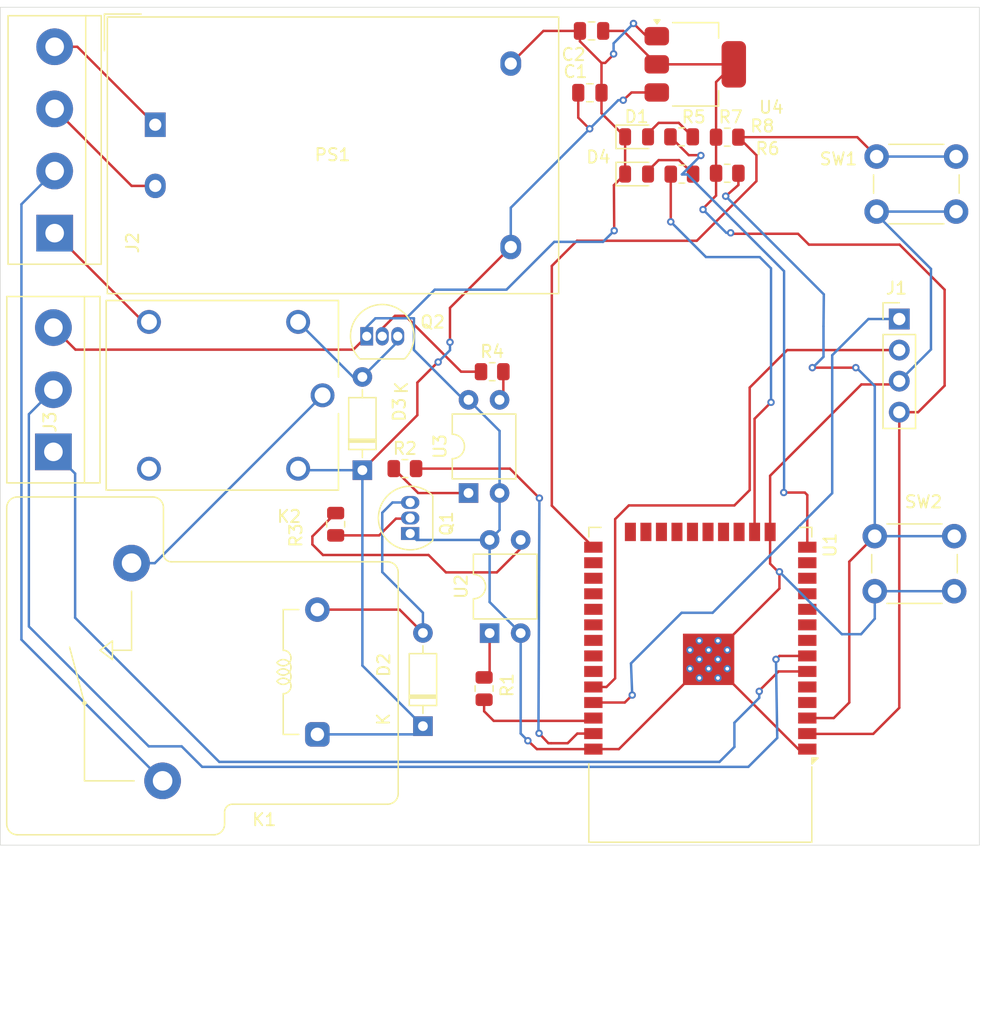
<source format=kicad_pcb>
(kicad_pcb (version 20240108) (generator "pcbnew") (generator_version "8.0")
  (layers (0 "F.Cu" signal) (31 "B.Cu" signal) (34 "B.Paste" user) (35 "F.Paste" user) (36 "B.SilkS" user "B.Silkscreen") (37 "F.SilkS" user "F.Silkscreen") (38 "B.Mask" user) (39 "F.Mask" user) (44 "Edge.Cuts" user))
  (net 0 "")
  (net 1 "GND")
  (net 2 "/5V")
  (net 3 "/3V3")
  (net 4 "Net-(D1-A)")
  (net 5 "Net-(D2-A)")
  (net 6 "Net-(D3-A)")
  (net 7 "Net-(D4-A)")
  (net 8 "/RXD")
  (net 9 "/TXD")
  (net 10 "/L2")
  (net 11 "/L1")
  (net 12 "Net-(J2-Pin_3)")
  (net 13 "Net-(J2-Pin_4)")
  (net 14 "/IN2")
  (net 15 "/IN1")
  (net 16 "/P")
  (net 18 "Net-(Q1-B)")
  (net 19 "Net-(Q2-B)")
  (net 20 "Net-(R1-Pad1)")
  (net 21 "/R1")
  (net 22 "/R2")
  (net 23 "Net-(R2-Pad1)")
  (net 24 "Net-(R3-Pad2)")
  (net 25 "Net-(R4-Pad2)")
  (net 26 "/LED1")
  (net 27 "/LED2")
  (net 28 "/BOOT")
  (net 29 "/EN")
  (footprint "Diode_THT:D_DO-35_SOD27_P7.62mm_Horizontal" (layer "F.Cu") (at 127.4318 94.2721 90)
    (property "Reference" "D3" (at 4.953 3.0226 90) (layer "F.SilkS"))
    (property "Value" "1N4148")
    (fp_text user "K" (at 6.731 3.2004 90) (layer "F.SilkS"))
    (pad "1" thru_hole rect (at 0 0 90) (size 1.6 1.6) (drill 0.8) (layers "*.Cu" "*.Mask") (net 2 "/5V"))
    (pad "2" thru_hole oval (at 7.62 0 90) (size 1.6 1.6) (drill 0.8) (layers "*.Cu" "*.Mask") (net 6 "Net-(D3-A)"))
  )
  (footprint "syam pcbbb:RELAY_PR13-5V-450-1C" (layer "F.Cu") (at 115.9764 88.1507 180)
    (property "Reference" "K2" (at -5.461 -9.906 360) (layer "F.SilkS"))
    (property "Value" "PR13-5V-450-1C")
    (pad "A1" thru_hole circle (at -6.2 -6 180) (size 1.95 1.95) (drill 1.3) (layers "*.Cu" "*.Mask") (net 2 "/5V"))
    (pad "A2" thru_hole circle (at -6.2 6 180) (size 1.95 1.95) (drill 1.3) (layers "*.Cu" "*.Mask") (net 6 "Net-(D3-A)"))
    (pad "COM" thru_hole circle (at -8.2 0 180) (size 1.95 1.95) (drill 1.3) (layers "*.Cu" "*.Mask") (net 16 "/P"))
    (pad "NC" thru_hole circle (at 6 -6 180) (size 1.95 1.95) (drill 1.3) (layers "*.Cu" "*.Mask"))
    (pad "NO" thru_hole circle (at 6 6 180) (size 1.95 1.95) (drill 1.3) (layers "*.Cu" "*.Mask") (net 10 "/L2"))
  )
  (footprint "Capacitor_SMD:C_0805_2012Metric" (layer "F.Cu") (at 146.177 58.3565 180)
    (property "Reference" "C2" (at 1.4732 -1.9304 360) (layer "F.SilkS"))
    (property "Value" "22uF")
    (pad "1" smd roundrect (at -0.95 0 180) (size 1 1.45) (layers "F.Cu" "F.Paste" "F.Mask") (net 3 "/3V3"))
    (pad "2" smd roundrect (at 0.95 0 180) (size 1 1.45) (layers "F.Cu" "F.Paste" "F.Mask") (net 1 "GND"))
  )
  (footprint "Button_Switch_THT:SW_PUSH_6mm" (layer "F.Cu") (at 169.343 99.6675)
    (property "Reference" "SW2" (at 3.9866 -2.8046 0) (layer "F.SilkS"))
    (property "Value" "SW_Push")
    (pad "1" thru_hole circle (at 0 0 90) (size 2 2) (drill 1.1) (layers "*.Cu" "*.Mask") (net 29 "/EN"))
    (pad "1" thru_hole circle (at 6.5 0 90) (size 2 2) (drill 1.1) (layers "*.Cu" "*.Mask") (net 29 "/EN"))
    (pad "2" thru_hole circle (at 0 4.5 90) (size 2 2) (drill 1.1) (layers "*.Cu" "*.Mask") (net 1 "GND"))
    (pad "2" thru_hole circle (at 6.5 4.5 90) (size 2 2) (drill 1.1) (layers "*.Cu" "*.Mask") (net 1 "GND"))
  )
  (footprint "Package_TO_SOT_THT:TO-92_Inline" (layer "F.Cu") (at 127.7874 83.3247)
    (property "Reference" "Q2" (at 5.3848 -1.1684 0) (layer "F.SilkS"))
    (property "Value" "S8050")
    (pad "1" thru_hole rect (at 0 0) (size 1.05 1.5) (drill 0.75) (layers "*.Cu" "*.Mask") (net 1 "GND"))
    (pad "2" thru_hole oval (at 1.27 0) (size 1.05 1.5) (drill 0.75) (layers "*.Cu" "*.Mask") (net 19 "Net-(Q2-B)"))
    (pad "3" thru_hole oval (at 2.54 0) (size 1.05 1.5) (drill 0.75) (layers "*.Cu" "*.Mask") (net 6 "Net-(D3-A)"))
  )
  (footprint "Resistor_SMD:R_0805_2012Metric" (layer "F.Cu") (at 137.3886 112.1283 -90)
    (property "Reference" "R1" (at -0.2794 -1.8796 90) (layer "F.SilkS"))
    (property "Value" "1K")
    (pad "1" smd roundrect (at -0.9125 0 270) (size 1.025 1.4) (layers "F.Cu" "F.Paste" "F.Mask") (roundrect_rratio 0.243902) (net 20 "Net-(R1-Pad1)"))
    (pad "2" smd roundrect (at 0.9125 0 270) (size 1.025 1.4) (layers "F.Cu" "F.Paste" "F.Mask") (roundrect_rratio 0.243902) (net 21 "/R1"))
  )
  (footprint "Resistor_SMD:R_0805_2012Metric" (layer "F.Cu") (at 130.9116 94.1451)
    (property "Reference" "R2" (at 0 -1.65 0) (layer "F.SilkS"))
    (property "Value" "1K")
    (pad "1" smd roundrect (at -0.9125 0) (size 1.025 1.4) (layers "F.Cu" "F.Paste" "F.Mask") (roundrect_rratio 0.243902) (net 23 "Net-(R2-Pad1)"))
    (pad "2" smd roundrect (at 0.9125 0) (size 1.025 1.4) (layers "F.Cu" "F.Paste" "F.Mask") (roundrect_rratio 0.243902) (net 22 "/R2"))
  )
  (footprint "Converter_ACDC:Converter_ACDC_Hi-Link_HLK-PMxx" (layer "F.Cu") (at 110.49 66.0273)
    (property "Reference" "PS1" (at 14.4975 2.4575 0) (layer "F.SilkS"))
    (property "Value" "HLK-PM01")
    (pad "1" thru_hole rect (at 0 0) (size 1.7 2) (drill 1) (layers "*.Cu" "*.Mask") (net 13 "Net-(J2-Pin_4)"))
    (pad "2" thru_hole oval (at 0 5) (size 1.7 2) (drill 1) (layers "*.Cu" "*.Mask") (net 12 "Net-(J2-Pin_3)"))
    (pad "3" thru_hole oval (at 29.08 -5) (size 1.7 2) (drill 1) (layers "*.Cu" "*.Mask") (net 1 "GND"))
    (pad "4" thru_hole oval (at 29.08 10) (size 1.7 2) (drill 1) (layers "*.Cu" "*.Mask") (net 2 "/5V"))
  )
  (footprint "Connector_PinHeader_2.54mm:PinHeader_1x04_P2.54mm_Vertical" (layer "F.Cu") (at 171.3484 81.9123)
    (property "Reference" "J1" (at -0.2286 -2.5246 0) (layer "F.SilkS"))
    (property "Value" "Conn_01x04_Pin")
    (pad "1" thru_hole rect (at 0 0) (size 1.7 1.7) (drill 1) (layers "*.Cu" "*.Mask") (net 9 "/TXD"))
    (pad "2" thru_hole oval (at 0 2.54) (size 1.7 1.7) (drill 1) (layers "*.Cu" "*.Mask") (net 8 "/RXD"))
    (pad "3" thru_hole oval (at 0 5.08) (size 1.7 1.7) (drill 1) (layers "*.Cu" "*.Mask") (net 1 "GND"))
    (pad "4" thru_hole oval (at 0 7.62) (size 1.7 1.7) (drill 1) (layers "*.Cu" "*.Mask") (net 3 "/3V3"))
  )
  (footprint "Package_DIP:DIP-4_W7.62mm" (layer "F.Cu") (at 136.1136 96.1417 90)
    (property "Reference" "U3" (at 3.81 -2.33 90) (layer "F.SilkS"))
    (property "Value" "PC817")
    (pad "1" thru_hole rect (at 0 0 90) (size 1.6 1.6) (drill 0.8) (layers "*.Cu" "*.Mask") (net 23 "Net-(R2-Pad1)"))
    (pad "2" thru_hole oval (at 0 2.54 90) (size 1.6 1.6) (drill 0.8) (layers "*.Cu" "*.Mask") (net 1 "GND"))
    (pad "3" thru_hole oval (at 7.62 2.54 90) (size 1.6 1.6) (drill 0.8) (layers "*.Cu" "*.Mask") (net 25 "Net-(R4-Pad2)"))
    (pad "4" thru_hole oval (at 7.62 0 90) (size 1.6 1.6) (drill 0.8) (layers "*.Cu" "*.Mask") (net 1 "GND"))
  )
  (footprint "Capacitor_SMD:C_0805_2012Metric" (layer "F.Cu") (at 146.0398 63.4111)
    (property "Reference" "C1" (at -1.1836 -1.7272 360) (layer "F.SilkS"))
    (property "Value" "10uF")
    (pad "1" smd roundrect (at -0.95 0) (size 1 1.45) (layers "F.Cu" "F.Paste" "F.Mask") (net 2 "/5V"))
    (pad "2" smd roundrect (at 0.95 0) (size 1 1.45) (layers "F.Cu" "F.Paste" "F.Mask") (net 1 "GND"))
  )
  (footprint "LED_SMD:LED_0805_2012Metric" (layer "F.Cu") (at 149.86 70.0579)
    (property "Reference" "D4" (at -3.1242 -1.389 0) (layer "F.SilkS"))
    (property "Value" "LED")
    (pad "1" smd roundrect (at -0.9375 0) (size 0.975 1.4) (layers "F.Cu" "F.Paste" "F.Mask") (net 1 "GND"))
    (pad "2" smd roundrect (at 0.9375 0) (size 0.975 1.4) (layers "F.Cu" "F.Paste" "F.Mask") (net 7 "Net-(D4-A)"))
  )
  (footprint "LED_SMD:LED_0805_2012Metric" (layer "F.Cu") (at 149.86 67.0179)
    (property "Reference" "D1" (at 0 -1.65 0) (layer "F.SilkS"))
    (property "Value" "LED")
    (pad "1" smd roundrect (at -0.9375 0) (size 0.975 1.4) (layers "F.Cu" "F.Paste" "F.Mask") (net 1 "GND"))
    (pad "2" smd roundrect (at 0.9375 0) (size 0.975 1.4) (layers "F.Cu" "F.Paste" "F.Mask") (net 4 "Net-(D1-A)"))
  )
  (footprint "Diode_THT:D_DO-35_SOD27_P7.62mm_Horizontal" (layer "F.Cu") (at 132.3848 115.2017 90)
    (property "Reference" "D2" (at 5.0038 -3.2004 90) (layer "F.SilkS"))
    (property "Value" "1N4148")
    (fp_text user "K" (at 0.5588 -3.2258 90) (layer "F.SilkS"))
    (pad "1" thru_hole rect (at 0 0 90) (size 1.6 1.6) (drill 0.8) (layers "*.Cu" "*.Mask") (net 2 "/5V"))
    (pad "2" thru_hole oval (at 7.62 0 90) (size 1.6 1.6) (drill 0.8) (layers "*.Cu" "*.Mask") (net 5 "Net-(D2-A)"))
  )
  (footprint "Resistor_SMD:R_0805_2012Metric" (layer "F.Cu") (at 153.5688 70.0659)
    (property "Reference" "R6" (at 7.01 -2.0828 0) (layer "F.SilkS"))
    (property "Value" "1K")
    (pad "1" smd roundrect (at -0.9125 0) (size 1.025 1.4) (layers "F.Cu" "F.Paste" "F.Mask") (roundrect_rratio 0.243902) (net 27 "/LED2"))
    (pad "2" smd roundrect (at 0.9125 0) (size 1.025 1.4) (layers "F.Cu" "F.Paste" "F.Mask") (roundrect_rratio 0.243902) (net 7 "Net-(D4-A)"))
  )
  (footprint "Resistor_SMD:R_0805_2012Metric" (layer "F.Cu") (at 157.2749 69.9933)
    (property "Reference" "R8" (at 2.8721 -3.8644 0) (layer "F.SilkS"))
    (property "Value" "10K")
    (pad "1" smd roundrect (at -0.9125 0) (size 1.025 1.4) (layers "F.Cu" "F.Paste" "F.Mask") (roundrect_rratio 0.243902) (net 3 "/3V3"))
    (pad "2" smd roundrect (at 0.9125 0) (size 1.025 1.4) (layers "F.Cu" "F.Paste" "F.Mask") (roundrect_rratio 0.243902) (net 29 "/EN"))
  )
  (footprint "Package_TO_SOT_SMD:SOT-223-3_TabPin2" (layer "F.Cu") (at 154.661 61.0883)
    (property "Reference" "U4" (at 6.2226 3.5166 0) (layer "F.SilkS"))
    (property "Value" "AMS1117-3.3")
    (pad "1" smd roundrect (at -3.15 -2.3) (size 2 1.5) (layers "F.Cu" "F.Paste" "F.Mask") (net 1 "GND"))
    (pad "2" smd roundrect (at -3.15 0) (size 2 1.5) (layers "F.Cu" "F.Paste" "F.Mask") (net 3 "/3V3"))
    (pad "2" smd roundrect (at 3.15 0) (size 2 3.8) (layers "F.Cu" "F.Paste" "F.Mask") (net 3 "/3V3"))
    (pad "3" smd roundrect (at -3.15 2.3) (size 2 1.5) (layers "F.Cu" "F.Paste" "F.Mask") (net 2 "/5V"))
  )
  (footprint "Package_TO_SOT_THT:TO-92_Inline" (layer "F.Cu") (at 131.3434 99.4537 90)
    (property "Reference" "Q1" (at 0.8128 2.9718 90) (layer "F.SilkS"))
    (property "Value" "S8050")
    (pad "1" thru_hole rect (at 0 0 90) (size 1.05 1.5) (drill 0.75) (layers "*.Cu" "*.Mask") (net 1 "GND"))
    (pad "2" thru_hole oval (at 1.27 0 90) (size 1.05 1.5) (drill 0.75) (layers "*.Cu" "*.Mask") (net 18 "Net-(Q1-B)"))
    (pad "3" thru_hole oval (at 2.54 0 90) (size 1.05 1.5) (drill 0.75) (layers "*.Cu" "*.Mask") (net 5 "Net-(D2-A)"))
  )
  (footprint "Resistor_SMD:R_0805_2012Metric" (layer "F.Cu") (at 157.2749 67.0433)
    (property "Reference" "R7" (at 0.2813 -1.65 0) (layer "F.SilkS"))
    (property "Value" "10K")
    (pad "1" smd roundrect (at -0.9125 0) (size 1.025 1.4) (layers "F.Cu" "F.Paste" "F.Mask") (roundrect_rratio 0.243902) (net 3 "/3V3"))
    (pad "2" smd roundrect (at 0.9125 0) (size 1.025 1.4) (layers "F.Cu" "F.Paste" "F.Mask") (roundrect_rratio 0.243902) (net 28 "/BOOT"))
  )
  (footprint "Relay_THT:Relay_SPST_RAYEX-L90AS" (layer "F.Cu") (at 126.2908 110.7741 180)
    (property "Reference" "K1" (at 6.8854 -12.073 360) (layer "F.SilkS"))
    (property "Value" "RAYEX-L90AS")
    (pad "13" thru_hole circle (at 15.2 -8.9) (size 3 3) (drill 1.6) (layers "*.Cu" "*.Mask") (net 11 "/L1"))
    (pad "14" thru_hole circle (at 17.74 8.9) (size 3 3) (drill 1.6) (layers "*.Cu" "*.Mask") (net 16 "/P"))
    (pad "A1" thru_hole roundrect (at 2.54 -5.1) (size 2 2) (drill 1.1) (layers "*.Cu" "*.Mask") (net 2 "/5V"))
    (pad "A2" thru_hole circle (at 2.54 5.1) (size 2 2) (drill 1.1) (layers "*.Cu" "*.Mask") (net 5 "Net-(D2-A)"))
  )
  (footprint "Package_DIP:DIP-4_W7.62mm" (layer "F.Cu") (at 137.8408 107.5971 90)
    (property "Reference" "U2" (at 3.81 -2.33 90) (layer "F.SilkS"))
    (property "Value" "PC817")
    (pad "1" thru_hole rect (at 0 0 90) (size 1.6 1.6) (drill 0.8) (layers "*.Cu" "*.Mask") (net 20 "Net-(R1-Pad1)"))
    (pad "2" thru_hole oval (at 0 2.54 90) (size 1.6 1.6) (drill 0.8) (layers "*.Cu" "*.Mask") (net 1 "GND"))
    (pad "3" thru_hole oval (at 7.62 2.54 90) (size 1.6 1.6) (drill 0.8) (layers "*.Cu" "*.Mask") (net 24 "Net-(R3-Pad2)"))
    (pad "4" thru_hole oval (at 7.62 0 90) (size 1.6 1.6) (drill 0.8) (layers "*.Cu" "*.Mask") (net 1 "GND"))
  )
  (footprint "Resistor_SMD:R_0805_2012Metric" (layer "F.Cu") (at 153.543 67.0179)
    (property "Reference" "R5" (at 0.9906 -1.6256 0) (layer "F.SilkS"))
    (property "Value" "1K")
    (pad "1" smd roundrect (at -0.9125 0) (size 1.025 1.4) (layers "F.Cu" "F.Paste" "F.Mask") (roundrect_rratio 0.243902) (net 26 "/LED1"))
    (pad "2" smd roundrect (at 0.9125 0) (size 1.025 1.4) (layers "F.Cu" "F.Paste" "F.Mask") (roundrect_rratio 0.243902) (net 4 "Net-(D1-A)"))
  )
  (footprint "Resistor_SMD:R_0805_2012Metric" (layer "F.Cu") (at 138.049 86.2203)
    (property "Reference" "R4" (at 0 -1.65 0) (layer "F.SilkS"))
    (property "Value" "1K")
    (pad "1" smd roundrect (at -0.9125 0) (size 1.025 1.4) (layers "F.Cu" "F.Paste" "F.Mask") (roundrect_rratio 0.243902) (net 19 "Net-(Q2-B)"))
    (pad "2" smd roundrect (at 0.9125 0) (size 1.025 1.4) (layers "F.Cu" "F.Paste" "F.Mask") (roundrect_rratio 0.243902) (net 25 "Net-(R4-Pad2)"))
  )
  (footprint "TerminalBlock:TerminalBlock_bornier-3_P5.08mm" (layer "F.Cu") (at 102.1588 92.7735 90)
    (property "Reference" "J3" (at 2.4384 -0.2794 90) (layer "F.SilkS"))
    (property "Value" "Screw_Terminal_01x03")
    (pad "1" thru_hole rect (at 0 0 90) (size 3 3) (drill 1.52) (layers "*.Cu" "*.Mask") (net 15 "/IN1"))
    (pad "2" thru_hole circle (at 5.08 0 90) (size 3 3) (drill 1.52) (layers "*.Cu" "*.Mask") (net 14 "/IN2"))
    (pad "3" thru_hole circle (at 10.16 0 90) (size 3 3) (drill 1.52) (layers "*.Cu" "*.Mask") (net 1 "GND"))
  )
  (footprint "TerminalBlock:TerminalBlock_bornier-4_P5.08mm" (layer "F.Cu") (at 102.2604 74.8919 90)
    (property "Reference" "J2" (at -0.7874 6.3754 90) (layer "F.SilkS"))
    (property "Value" "Screw_Terminal_01x04")
    (pad "1" thru_hole rect (at 0 0 90) (size 3 3) (drill 1.52) (layers "*.Cu" "*.Mask") (net 10 "/L2"))
    (pad "2" thru_hole circle (at 5.08 0 90) (size 3 3) (drill 1.52) (layers "*.Cu" "*.Mask") (net 11 "/L1"))
    (pad "3" thru_hole circle (at 10.16 0 90) (size 3 3) (drill 1.52) (layers "*.Cu" "*.Mask") (net 12 "Net-(J2-Pin_3)"))
    (pad "4" thru_hole circle (at 15.24 0 90) (size 3 3) (drill 1.52) (layers "*.Cu" "*.Mask") (net 13 "Net-(J2-Pin_4)"))
  )
  (footprint "RF_Module:ESP32-WROOM-32" (layer "F.Cu") (at 155.0738 108.8297 180)
    (property "Reference" "U1" (at -10.61 8.43 90) (layer "F.SilkS"))
    (property "Value" "ESP32-WROOM-32")
    (pad "1" smd rect (at -8.75 -8.25 180) (size 1.5 0.9) (layers "F.Cu" "F.Paste" "F.Mask") (net 1 "GND"))
    (pad "2" smd rect (at -8.75 -6.98 180) (size 1.5 0.9) (layers "F.Cu" "F.Paste" "F.Mask") (net 3 "/3V3"))
    (pad "3" smd rect (at -8.75 -5.71 180) (size 1.5 0.9) (layers "F.Cu" "F.Paste" "F.Mask") (net 29 "/EN"))
    (pad "4" smd rect (at -8.75 -4.44 180) (size 1.5 0.9) (layers "F.Cu" "F.Paste" "F.Mask"))
    (pad "5" smd rect (at -8.75 -3.17 180) (size 1.5 0.9) (layers "F.Cu" "F.Paste" "F.Mask"))
    (pad "6" smd rect (at -8.75 -1.9 180) (size 1.5 0.9) (layers "F.Cu" "F.Paste" "F.Mask") (net 15 "/IN1"))
    (pad "7" smd rect (at -8.75 -0.63 180) (size 1.5 0.9) (layers "F.Cu" "F.Paste" "F.Mask") (net 14 "/IN2"))
    (pad "8" smd rect (at -8.75 0.64 180) (size 1.5 0.9) (layers "F.Cu" "F.Paste" "F.Mask"))
    (pad "9" smd rect (at -8.75 1.91 180) (size 1.5 0.9) (layers "F.Cu" "F.Paste" "F.Mask"))
    (pad "10" smd rect (at -8.75 3.18 180) (size 1.5 0.9) (layers "F.Cu" "F.Paste" "F.Mask"))
    (pad "11" smd rect (at -8.75 4.45 180) (size 1.5 0.9) (layers "F.Cu" "F.Paste" "F.Mask"))
    (pad "12" smd rect (at -8.75 5.72 180) (size 1.5 0.9) (layers "F.Cu" "F.Paste" "F.Mask"))
    (pad "13" smd rect (at -8.75 6.99 180) (size 1.5 0.9) (layers "F.Cu" "F.Paste" "F.Mask"))
    (pad "14" smd rect (at -8.75 8.26 180) (size 1.5 0.9) (layers "F.Cu" "F.Paste" "F.Mask") (net 26 "/LED1"))
    (pad "15" smd rect (at -5.71 9.51 270) (size 1.5 0.9) (layers "F.Cu" "F.Paste" "F.Mask") (net 1 "GND"))
    (pad "16" smd rect (at -4.44 9.51 270) (size 1.5 0.9) (layers "F.Cu" "F.Paste" "F.Mask") (net 27 "/LED2"))
    (pad "17" smd rect (at -3.17 9.51 270) (size 1.5 0.9) (layers "F.Cu" "F.Paste" "F.Mask"))
    (pad "18" smd rect (at -1.9 9.51 270) (size 1.5 0.9) (layers "F.Cu" "F.Paste" "F.Mask"))
    (pad "19" smd rect (at -0.63 9.51 270) (size 1.5 0.9) (layers "F.Cu" "F.Paste" "F.Mask"))
    (pad "20" smd rect (at 0.64 9.51 270) (size 1.5 0.9) (layers "F.Cu" "F.Paste" "F.Mask"))
    (pad "21" smd rect (at 1.91 9.51 270) (size 1.5 0.9) (layers "F.Cu" "F.Paste" "F.Mask"))
    (pad "22" smd rect (at 3.18 9.51 270) (size 1.5 0.9) (layers "F.Cu" "F.Paste" "F.Mask"))
    (pad "23" smd rect (at 4.45 9.51 270) (size 1.5 0.9) (layers "F.Cu" "F.Paste" "F.Mask"))
    (pad "24" smd rect (at 5.72 9.51 270) (size 1.5 0.9) (layers "F.Cu" "F.Paste" "F.Mask"))
    (pad "25" smd rect (at 8.75 8.26 180) (size 1.5 0.9) (layers "F.Cu" "F.Paste" "F.Mask") (net 28 "/BOOT"))
    (pad "26" smd rect (at 8.75 6.99 180) (size 1.5 0.9) (layers "F.Cu" "F.Paste" "F.Mask"))
    (pad "27" smd rect (at 8.75 5.72 180) (size 1.5 0.9) (layers "F.Cu" "F.Paste" "F.Mask"))
    (pad "28" smd rect (at 8.75 4.45 180) (size 1.5 0.9) (layers "F.Cu" "F.Paste" "F.Mask"))
    (pad "29" smd rect (at 8.75 3.18 180) (size 1.5 0.9) (layers "F.Cu" "F.Paste" "F.Mask"))
    (pad "30" smd rect (at 8.75 1.91 180) (size 1.5 0.9) (layers "F.Cu" "F.Paste" "F.Mask"))
    (pad "31" smd rect (at 8.75 0.64 180) (size 1.5 0.9) (layers "F.Cu" "F.Paste" "F.Mask"))
    (pad "32" smd rect (at 8.75 -0.63 180) (size 1.5 0.9) (layers "F.Cu" "F.Paste" "F.Mask"))
    (pad "33" smd rect (at 8.75 -1.9 180) (size 1.5 0.9) (layers "F.Cu" "F.Paste" "F.Mask"))
    (pad "34" smd rect (at 8.75 -3.17 180) (size 1.5 0.9) (layers "F.Cu" "F.Paste" "F.Mask") (net 8 "/RXD"))
    (pad "35" smd rect (at 8.75 -4.44 180) (size 1.5 0.9) (layers "F.Cu" "F.Paste" "F.Mask") (net 9 "/TXD"))
    (pad "36" smd rect (at 8.75 -5.71 180) (size 1.5 0.9) (layers "F.Cu" "F.Paste" "F.Mask") (net 21 "/R1"))
    (pad "37" smd rect (at 8.75 -6.98 180) (size 1.5 0.9) (layers "F.Cu" "F.Paste" "F.Mask") (net 22 "/R2"))
    (pad "38" smd rect (at 8.75 -8.25 180) (size 1.5 0.9) (layers "F.Cu" "F.Paste" "F.Mask") (net 1 "GND"))
    (pad "39" smd rect (at -2.205 -2.435 180) (size 1.05 1.05) (layers "F.Cu" "F.Paste") (net 1 "GND"))
    (pad "39" thru_hole circle (at -2.205 -1.6725 180) (size 0.6 0.6) (drill 0.3) (property pad_prop_heatsink) (layers "*.Cu" "F.Mask") (net 1 "GND"))
    (pad "39" smd rect (at -2.205 -0.91 180) (size 1.05 1.05) (layers "F.Cu" "F.Paste") (net 1 "GND"))
    (pad "39" thru_hole circle (at -2.205 -0.1475 180) (size 0.6 0.6) (drill 0.3) (property pad_prop_heatsink) (layers "*.Cu" "F.Mask") (net 1 "GND"))
    (pad "39" smd rect (at -2.205 0.615 180) (size 1.05 1.05) (layers "F.Cu" "F.Paste") (net 1 "GND"))
    (pad "39" thru_hole circle (at -1.4425 -2.435 180) (size 0.6 0.6) (drill 0.3) (property pad_prop_heatsink) (layers "*.Cu" "F.Mask") (net 1 "GND"))
    (pad "39" thru_hole circle (at -1.4425 -0.91 180) (size 0.6 0.6) (drill 0.3) (property pad_prop_heatsink) (layers "*.Cu" "F.Mask") (net 1 "GND"))
    (pad "39" thru_hole circle (at -1.4425 0.615 180) (size 0.6 0.6) (drill 0.3) (property pad_prop_heatsink) (layers "*.Cu" "F.Mask") (net 1 "GND"))
    (pad "39" smd rect (at -0.68 -2.435 180) (size 1.05 1.05) (layers "F.Cu" "F.Paste") (net 1 "GND"))
    (pad "39" thru_hole circle (at -0.68 -1.6725 180) (size 0.6 0.6) (drill 0.3) (property pad_prop_heatsink) (layers "*.Cu" "F.Mask") (net 1 "GND"))
    (pad "39" smd rect (at -0.68 -0.91 180) (size 1.05 1.05) (layers "F.Cu" "F.Paste") (net 1 "GND"))
    (pad "39" smd rect (at -0.68 -0.91 180) (size 4.2 4.2) (layers "F.Cu" "F.Mask") (net 1 "GND"))
    (pad "39" thru_hole circle (at -0.68 -0.1475 180) (size 0.6 0.6) (drill 0.3) (property pad_prop_heatsink) (layers "*.Cu" "F.Mask") (net 1 "GND"))
    (pad "39" smd rect (at -0.68 0.615 180) (size 1.05 1.05) (layers "F.Cu" "F.Paste") (net 1 "GND"))
    (pad "39" thru_hole circle (at 0.0825 -2.435 180) (size 0.6 0.6) (drill 0.3) (property pad_prop_heatsink) (layers "*.Cu" "F.Mask") (net 1 "GND"))
    (pad "39" thru_hole circle (at 0.0825 -0.91 180) (size 0.6 0.6) (drill 0.3) (property pad_prop_heatsink) (layers "*.Cu" "F.Mask") (net 1 "GND"))
    (pad "39" thru_hole circle (at 0.0825 0.615 180) (size 0.6 0.6) (drill 0.3) (property pad_prop_heatsink) (layers "*.Cu" "F.Mask") (net 1 "GND"))
    (pad "39" smd rect (at 0.845 -2.435 180) (size 1.05 1.05) (layers "F.Cu" "F.Paste") (net 1 "GND"))
    (pad "39" thru_hole circle (at 0.845 -1.6725 180) (size 0.6 0.6) (drill 0.3) (property pad_prop_heatsink) (layers "*.Cu" "F.Mask") (net 1 "GND"))
    (pad "39" smd rect (at 0.845 -0.91 180) (size 1.05 1.05) (layers "F.Cu" "F.Paste") (net 1 "GND"))
    (pad "39" thru_hole circle (at 0.845 -0.1475 180) (size 0.6 0.6) (drill 0.3) (property pad_prop_heatsink) (layers "*.Cu" "F.Mask") (net 1 "GND"))
    (pad "39" smd rect (at 0.845 0.615 180) (size 1.05 1.05) (layers "F.Cu" "F.Paste") (net 1 "GND"))
  )
  (footprint "Resistor_SMD:R_0805_2012Metric" (layer "F.Cu") (at 125.2474 98.6917 90)
    (property "Reference" "R3" (at -0.9144 -3.2512 90) (layer "F.SilkS"))
    (property "Value" "1K")
    (pad "1" smd roundrect (at -0.9125 0 90) (size 1.025 1.4) (layers "F.Cu" "F.Paste" "F.Mask") (roundrect_rratio 0.243902) (net 18 "Net-(Q1-B)"))
    (pad "2" smd roundrect (at 0.9125 0 90) (size 1.025 1.4) (layers "F.Cu" "F.Paste" "F.Mask") (roundrect_rratio 0.243902) (net 24 "Net-(R3-Pad2)"))
  )
  (footprint "Button_Switch_THT:SW_PUSH_6mm" (layer "F.Cu") (at 169.4954 68.6287)
    (property "Reference" "SW1" (at -3.1254 0.1926 0) (layer "F.SilkS"))
    (property "Value" "SW_Push")
    (pad "1" thru_hole circle (at 0 0 90) (size 2 2) (drill 1.1) (layers "*.Cu" "*.Mask") (net 28 "/BOOT"))
    (pad "1" thru_hole circle (at 6.5 0 90) (size 2 2) (drill 1.1) (layers "*.Cu" "*.Mask") (net 28 "/BOOT"))
    (pad "2" thru_hole circle (at 0 4.5 90) (size 2 2) (drill 1.1) (layers "*.Cu" "*.Mask") (net 1 "GND"))
    (pad "2" thru_hole circle (at 6.5 4.5 90) (size 2 2) (drill 1.1) (layers "*.Cu" "*.Mask") (net 1 "GND"))
  )
  (gr_rect (start 97.8154 56.4261) (end 177.9016 124.9299) (stroke (width 0.05)) (fill none) (layer "Edge.Cuts"))
  (segment (start 146.9898 60.9727) (end 147.2946 60.9727) (width 0.2) (layer "F.Cu") (net 1))
  (segment (start 148.9225 67.0179) (end 148.9225 70.0579) (width 0.2) (layer "F.Cu") (net 1))
  (segment (start 141.705 117.0797) (end 140.97 116.3955) (width 0.2) (layer "F.Cu") (net 1))
  (segment (start 102.1588 82.6135) (end 103.9622 84.4169) (width 0.2) (layer "F.Cu") (net 1))
  (segment (start 140.97 116.3955) (end 141.1478 116.5225) (width 0.2) (layer "F.Cu") (net 1))
  (segment (start 146.3238 117.0797) (end 141.705 117.0797) (width 0.2) (layer "F.Cu") (net 1))
  (segment (start 147.9804 60.2869) (end 147.9804 60.2361) (width 0.2) (layer "F.Cu") (net 1))
  (segment (start 161.544 102.5779) (end 161.544 102.6795) (width 0.2) (layer "F.Cu") (net 1))
  (segment (start 151.511 58.7883) (end 151.1554 58.4327) (width 0.2) (layer "F.Cu") (net 1))
  (segment (start 103.9622 84.4169) (end 126.6952 84.4169) (width 0.2) (layer "F.Cu") (net 1))
  (segment (start 160.7838 99.3197) (end 160.7838 94.7275) (width 0.2) (layer "F.Cu") (net 1))
  (segment (start 163.0938 117.0797) (end 155.7538 109.7397) (width 0.2) (layer "F.Cu") (net 1))
  (segment (start 151.511 58.7883) (end 150.6728 58.7883) (width 0.2) (layer "F.Cu") (net 1))
  (segment (start 160.7838 101.9193) (end 161.4424 102.5779) (width 0.2) (layer "F.Cu") (net 1))
  (segment (start 148.9225 70.0579) (end 148.0058 70.9746) (width 0.2) (layer "F.Cu") (net 1))
  (segment (start 149.606 57.7469) (end 149.7076 57.8231) (width 0.2) (layer "F.Cu") (net 1))
  (segment (start 163.8238 117.0797) (end 163.0938 117.0797) (width 0.2) (layer "F.Cu") (net 1))
  (segment (start 145.227 58.3565) (end 142.2408 58.3565) (width 0.2) (layer "F.Cu") (net 1))
  (segment (start 126.6952 84.4169) (end 127.7874 83.3247) (width 0.2) (layer "F.Cu") (net 1))
  (segment (start 145.227 59.2099) (end 145.227 58.3565) (width 0.2) (layer "F.Cu") (net 1))
  (segment (start 161.544 102.6795) (end 161.4932 102.6287) (width 0.2) (layer "F.Cu") (net 1))
  (segment (start 168.2496 87.2617) (end 171.079 87.2617) (width 0.2) (layer "F.Cu") (net 1))
  (segment (start 148.0312 60.2361) (end 148.0058 60.2615) (width 0.2) (layer "F.Cu") (net 1))
  (segment (start 146.9898 60.9727) (end 145.227 59.2099) (width 0.2) (layer "F.Cu") (net 1))
  (segment (start 161.544 103.9495) (end 161.544 102.5779) (width 0.2) (layer "F.Cu") (net 1))
  (segment (start 146.9898 63.4111) (end 146.9898 65.0852) (width 0.2) (layer "F.Cu") (net 1))
  (segment (start 160.7838 94.7275) (end 168.2496 87.2617) (width 0.2) (layer "F.Cu") (net 1))
  (segment (start 146.3238 117.0797) (end 148.4138 117.0797) (width 0.2) (layer "F.Cu") (net 1))
  (segment (start 148.0312 74.6887) (end 148.0058 74.6379) (width 0.2) (layer "F.Cu") (net 1))
  (segment (start 148.0058 70.9746) (end 148.0312 74.6887) (width 0.2) (layer "F.Cu") (net 1))
  (segment (start 146.9898 63.4111) (end 146.9898 60.9727) (width 0.2) (layer "F.Cu") (net 1))
  (segment (start 147.9804 60.2361) (end 148.0312 60.2361) (width 0.2) (layer "F.Cu") (net 1))
  (segment (start 148.4138 117.0797) (end 154.2288 111.2647) (width 0.2) (layer "F.Cu") (net 1))
  (segment (start 155.7538 109.7397) (end 161.544 103.9495) (width 0.2) (layer "F.Cu") (net 1))
  (segment (start 146.9898 65.0852) (end 148.9225 67.0179) (width 0.2) (layer "F.Cu") (net 1))
  (segment (start 142.2408 58.3565) (end 139.57 61.0273) (width 0.2) (layer "F.Cu") (net 1))
  (segment (start 161.4424 102.5779) (end 161.544 102.5779) (width 0.2) (layer "F.Cu") (net 1))
  (segment (start 150.6728 58.7883) (end 149.606 57.7469) (width 0.2) (layer "F.Cu") (net 1))
  (segment (start 171.079 87.2617) (end 171.3484 86.9923) (width 0.2) (layer "F.Cu") (net 1))
  (segment (start 147.2946 60.9727) (end 147.9804 60.2869) (width 0.2) (layer "F.Cu") (net 1))
  (segment (start 160.7838 99.3197) (end 160.7838 101.9193) (width 0.2) (layer "F.Cu") (net 1))
  (via (at 148.0312 74.6887) (size 0.6) (drill 0.3) (layers "F.Cu" "B.Cu") (net 1))
  (via (at 149.606 57.7469) (size 0.6) (drill 0.3) (layers "F.Cu" "B.Cu") (net 1))
  (via (at 140.97 116.3955) (size 0.6) (drill 0.3) (layers "F.Cu" "B.Cu") (net 1))
  (via (at 161.544 102.5779) (size 0.6) (drill 0.3) (layers "F.Cu" "B.Cu") (net 1))
  (via (at 147.9804 60.2361) (size 0.6) (drill 0.3) (layers "F.Cu" "B.Cu") (net 1))
  (segment (start 147.9804 59.3725) (end 149.606 57.7469) (width 0.2) (layer "B.Cu") (net 1))
  (segment (start 131.6482 81.8515) (end 131.0132 81.8515) (width 0.2) (layer "B.Cu") (net 1))
  (segment (start 168.2242 107.6833) (end 166.6494 107.6833) (width 0.2) (layer "B.Cu") (net 1))
  (segment (start 131.0132 81.8515) (end 128.4986 81.8515) (width 0.2) (layer "B.Cu") (net 1))
  (segment (start 135.7276 88.5217) (end 131.6482 84.4423) (width 0.2) (layer "B.Cu") (net 1))
  (segment (start 128.4986 81.8515) (end 127.7874 82.5627) (width 0.2) (layer "B.Cu") (net 1))
  (segment (start 136.1136 88.5217) (end 135.7276 88.5217) (width 0.2) (layer "B.Cu") (net 1))
  (segment (start 139.2174 79.5147) (end 133.35 79.5147) (width 0.2) (layer "B.Cu") (net 1))
  (segment (start 143.129 75.6031) (end 139.2174 79.5147) (width 0.2) (layer "B.Cu") (net 1))
  (segment (start 148.0312 74.6887) (end 147.1168 75.6031) (width 0.2) (layer "B.Cu") (net 1))
  (segment (start 131.3434 99.4537) (end 131.8668 99.9771) (width 0.2) (layer "B.Cu") (net 1))
  (segment (start 147.9804 60.2361) (end 147.9804 59.3725) (width 0.2) (layer "B.Cu") (net 1))
  (segment (start 131.8668 99.9771) (end 137.8408 99.9771) (width 0.2) (layer "B.Cu") (net 1))
  (segment (start 173.9392 84.4015) (end 171.3484 86.9923) (width 0.2) (layer "B.Cu") (net 1))
  (segment (start 173.9392 77.8129) (end 173.9392 84.4015) (width 0.2) (layer "B.Cu") (net 1))
  (segment (start 169.4954 73.3691) (end 173.9392 77.8129) (width 0.2) (layer "B.Cu") (net 1))
  (segment (start 136.1136 88.5217) (end 138.6536 91.0617) (width 0.2) (layer "B.Cu") (net 1))
  (segment (start 169.4954 73.1287) (end 175.9954 73.1287) (width 0.2) (layer "B.Cu") (net 1))
  (segment (start 138.6536 96.1417) (end 138.6536 99.1643) (width 0.2) (layer "B.Cu") (net 1))
  (segment (start 166.6494 107.6833) (end 161.544 102.5779) (width 0.2) (layer "B.Cu") (net 1))
  (segment (start 169.4954 73.1287) (end 169.4954 73.3691) (width 0.2) (layer "B.Cu") (net 1))
  (segment (start 147.1168 75.6031) (end 143.129 75.6031) (width 0.2) (layer "B.Cu") (net 1))
  (segment (start 138.6536 91.0617) (end 138.6536 96.1417) (width 0.2) (layer "B.Cu") (net 1))
  (segment (start 131.6482 84.4423) (end 131.6482 81.8515) (width 0.2) (layer "B.Cu") (net 1))
  (segment (start 127.7874 82.5627) (end 127.7874 83.3247) (width 0.2) (layer "B.Cu") (net 1))
  (segment (start 140.3808 107.5971) (end 140.3808 115.8063) (width 0.2) (layer "B.Cu") (net 1))
  (segment (start 137.8408 105.0571) (end 140.3808 107.5971) (width 0.2) (layer "B.Cu") (net 1))
  (segment (start 175.843 104.1675) (end 169.343 104.1675) (width 0.2) (layer "B.Cu") (net 1))
  (segment (start 138.6536 99.1643) (end 137.8408 99.9771) (width 0.2) (layer "B.Cu") (net 1))
  (segment (start 137.8408 99.9771) (end 137.8408 105.0571) (width 0.2) (layer "B.Cu") (net 1))
  (segment (start 133.35 79.5147) (end 131.0132 81.8515) (width 0.2) (layer "B.Cu") (net 1))
  (segment (start 169.343 106.4121) (end 168.2242 107.6833) (width 0.2) (layer "B.Cu") (net 1))
  (segment (start 140.3808 115.8063) (end 140.97 116.3955) (width 0.2) (layer "B.Cu") (net 1))
  (segment (start 169.343 104.1675) (end 169.343 106.4121) (width 0.2) (layer "B.Cu") (net 1))
  (segment (start 148.7678 64.0207) (end 148.9202 63.9191) (width 0.2) (layer "F.Cu") (net 2))
  (segment (start 127.4318 94.2721) (end 131.9276 89.7763) (width 0.2) (layer "F.Cu") (net 2))
  (segment (start 133.6294 85.4075) (end 133.5532 85.4837) (width 0.2) (layer "F.Cu") (net 2))
  (segment (start 149.451 63.3883) (end 148.7678 64.0207) (width 0.2) (layer "F.Cu") (net 2))
  (segment (start 145.0898 65.4481) (end 145.9992 66.3575) (width 0.2) (layer "F.Cu") (net 2))
  (segment (start 145.9992 66.3575) (end 146.0246 66.3575) (width 0.2) (layer "F.Cu") (net 2))
  (segment (start 133.604 85.4329) (end 133.6294 85.4329) (width 0.2) (layer "F.Cu") (net 2))
  (segment (start 131.9276 87.1093) (end 133.604 85.4329) (width 0.2) (layer "F.Cu") (net 2))
  (segment (start 134.5692 83.779078) (end 134.5692 83.6803) (width 0.2) (layer "F.Cu") (net 2))
  (segment (start 151.511 63.3883) (end 149.451 63.3883) (width 0.2) (layer "F.Cu") (net 2))
  (segment (start 134.597422 83.8073) (end 134.597422 80.999878) (width 0.2) (layer "F.Cu") (net 2))
  (segment (start 134.597422 80.999878) (end 139.57 76.0273) (width 0.2) (layer "F.Cu") (net 2))
  (segment (start 134.597422 83.8073) (end 134.5692 83.779078) (width 0.2) (layer "F.Cu") (net 2))
  (segment (start 145.0898 63.4111) (end 145.0898 65.4481) (width 0.2) (layer "F.Cu") (net 2))
  (segment (start 146.0246 66.3575) (end 146.0246 66.3829) (width 0.2) (layer "F.Cu") (net 2))
  (segment (start 133.6294 85.4329) (end 133.6294 85.4075) (width 0.2) (layer "F.Cu") (net 2))
  (segment (start 146.0246 66.3829) (end 145.9484 66.3067) (width 0.2) (layer "F.Cu") (net 2))
  (segment (start 131.9276 89.7763) (end 131.9276 87.1093) (width 0.2) (layer "F.Cu") (net 2))
  (via (at 148.7678 64.0207) (size 0.6) (drill 0.3) (layers "F.Cu" "B.Cu") (net 2))
  (via (at 134.597422 83.8073) (size 0.6) (drill 0.3) (layers "F.Cu" "B.Cu") (net 2))
  (via (at 133.6294 85.4329) (size 0.6) (drill 0.3) (layers "F.Cu" "B.Cu") (net 2))
  (via (at 146.0246 66.3575) (size 0.6) (drill 0.3) (layers "F.Cu" "B.Cu") (net 2))
  (segment (start 127.4318 110.2487) (end 132.3848 115.2017) (width 0.2) (layer "B.Cu") (net 2))
  (segment (start 127.4318 94.2721) (end 127.4318 110.2487) (width 0.2) (layer "B.Cu") (net 2))
  (segment (start 134.597422 84.464878) (end 134.597422 83.8073) (width 0.2) (layer "B.Cu") (net 2))
  (segment (start 122.2978 94.2721) (end 122.1764 94.1507) (width 0.2) (layer "B.Cu") (net 2))
  (segment (start 123.7508 115.8741) (end 131.7124 115.8741) (width 0.2) (layer "B.Cu") (net 2))
  (segment (start 139.57 76.0273) (end 139.57 72.8121) (width 0.2) (layer "B.Cu") (net 2))
  (segment (start 148.7678 64.0207) (end 148.3614 64.0207) (width 0.2) (layer "B.Cu") (net 2))
  (segment (start 139.57 72.8121) (end 146.0246 66.3575) (width 0.2) (layer "B.Cu") (net 2))
  (segment (start 133.6294 85.4329) (end 134.597422 84.464878) (width 0.2) (layer "B.Cu") (net 2))
  (segment (start 131.7124 115.8741) (end 132.3848 115.2017) (width 0.2) (layer "B.Cu") (net 2))
  (segment (start 127.4318 94.2721) (end 122.2978 94.2721) (width 0.2) (layer "B.Cu") (net 2))
  (segment (start 148.3614 64.0207) (end 146.0246 66.3575) (width 0.2) (layer "B.Cu") (net 2))
  (segment (start 148.7792 58.3565) (end 151.511 61.0883) (width 0.2) (layer "F.Cu") (net 3))
  (segment (start 169.2148 115.8367) (end 171.3484 113.7031) (width 0.2) (layer "F.Cu") (net 3))
  (segment (start 155.2956 72.9615) (end 155.2194 72.9615) (width 0.2) (layer "F.Cu") (net 3))
  (segment (start 171.3484 113.7031) (end 171.3484 89.5323) (width 0.2) (layer "F.Cu") (net 3))
  (segment (start 157.7848 74.9427) (end 157.5562 74.8665) (width 0.2) (layer "F.Cu") (net 3))
  (segment (start 163.957 75.8317) (end 163.068 74.9427) (width 0.2) (layer "F.Cu") (net 3))
  (segment (start 163.8238 115.8097) (end 163.8508 115.8367) (width 0.2) (layer "F.Cu") (net 3))
  (segment (start 157.6324 74.9427) (end 157.7086 74.9427) (width 0.2) (layer "F.Cu") (net 3))
  (segment (start 174.7012 79.1591) (end 171.3738 75.8317) (width 0.2) (layer "F.Cu") (net 3))
  (segment (start 151.511 61.0883) (end 157.811 61.0883) (width 0.2) (layer "F.Cu") (net 3))
  (segment (start 147.127 58.3565) (end 148.7792 58.3565) (width 0.2) (layer "F.Cu") (net 3))
  (segment (start 155.2194 72.9615) (end 155.2448 72.9361) (width 0.2) (layer "F.Cu") (net 3))
  (segment (start 172.8878 89.5323) (end 175.0568 87.3633) (width 0.2) (layer "F.Cu") (net 3))
  (segment (start 156.3624 62.5369) (end 157.811 61.0883) (width 0.2) (layer "F.Cu") (net 3))
  (segment (start 156.3624 67.0433) (end 156.3624 62.5369) (width 0.2) (layer "F.Cu") (net 3))
  (segment (start 156.3624 69.9933) (end 156.3624 71.8185) (width 0.2) (layer "F.Cu") (net 3))
  (segment (start 175.0568 79.5147) (end 174.7012 79.1591) (width 0.2) (layer "F.Cu") (net 3))
  (segment (start 163.8508 115.8367) (end 169.2148 115.8367) (width 0.2) (layer "F.Cu") (net 3))
  (segment (start 171.3738 75.8317) (end 163.957 75.8317) (width 0.2) (layer "F.Cu") (net 3))
  (segment (start 171.3484 89.5323) (end 172.8878 89.5323) (width 0.2) (layer "F.Cu") (net 3))
  (segment (start 175.0568 87.3633) (end 175.0568 79.5147) (width 0.2) (layer "F.Cu") (net 3))
  (segment (start 156.3624 71.8185) (end 155.2956 72.8853) (width 0.2) (layer "F.Cu") (net 3))
  (segment (start 157.5562 74.8665) (end 157.6324 74.9427) (width 0.2) (layer "F.Cu") (net 3))
  (segment (start 156.3624 67.0433) (end 156.3624 69.9933) (width 0.2) (layer "F.Cu") (net 3))
  (segment (start 155.2956 72.8853) (end 155.2956 72.9615) (width 0.2) (layer "F.Cu") (net 3))
  (segment (start 163.068 74.9427) (end 157.7848 74.9427) (width 0.2) (layer "F.Cu") (net 3))
  (via (at 155.2956 72.9615) (size 0.6) (drill 0.3) (layers "F.Cu" "B.Cu") (net 3))
  (via (at 157.5562 74.8665) (size 0.6) (drill 0.3) (layers "F.Cu" "B.Cu") (net 3))
  (segment (start 155.2956 72.9615) (end 157.2006 74.8665) (width 0.2) (layer "B.Cu") (net 3))
  (segment (start 157.2006 74.8665) (end 157.5562 74.8665) (width 0.2) (layer "B.Cu") (net 3))
  (segment (start 153.3125 65.8749) (end 154.4555 67.0179) (width 0.2) (layer "F.Cu") (net 4))
  (segment (start 150.7975 67.0179) (end 150.7975 66.7408) (width 0.2) (layer "F.Cu") (net 4))
  (segment (start 151.6634 65.8749) (end 153.3125 65.8749) (width 0.2) (layer "F.Cu") (net 4))
  (segment (start 150.7975 66.7408) (end 151.6634 65.8749) (width 0.2) (layer "F.Cu") (net 4))
  (segment (start 123.7508 105.6741) (end 130.4772 105.6741) (width 0.2) (layer "F.Cu") (net 5))
  (segment (start 130.4772 105.6741) (end 132.3848 107.5817) (width 0.2) (layer "F.Cu") (net 5))
  (segment (start 129.0574 102.6033) (end 132.3848 105.9307) (width 0.2) (layer "B.Cu") (net 5))
  (segment (start 129.8956 96.9137) (end 129.0574 97.7519) (width 0.2) (layer "B.Cu") (net 5))
  (segment (start 131.3434 96.9137) (end 129.8956 96.9137) (width 0.2) (layer "B.Cu") (net 5))
  (segment (start 132.3848 105.9307) (end 132.3848 107.5817) (width 0.2) (layer "B.Cu") (net 5))
  (segment (start 129.0574 97.7519) (end 129.0574 102.6033) (width 0.2) (layer "B.Cu") (net 5))
  (segment (start 122.1764 82.1507) (end 126.6778 86.6521) (width 0.2) (layer "B.Cu") (net 6))
  (segment (start 130.3274 83.3247) (end 130.3274 83.7565) (width 0.2) (layer "B.Cu") (net 6))
  (segment (start 130.3274 83.7565) (end 127.4318 86.6521) (width 0.2) (layer "B.Cu") (net 6))
  (segment (start 126.6778 86.6521) (end 127.4318 86.6521) (width 0.2) (layer "B.Cu") (net 6))
  (segment (start 151.6634 68.9229) (end 153.3383 68.9229) (width 0.2) (layer "F.Cu") (net 7))
  (segment (start 150.7975 69.7888) (end 151.6634 68.9229) (width 0.2) (layer "F.Cu") (net 7))
  (segment (start 150.7975 70.0579) (end 150.7975 69.7888) (width 0.2) (layer "F.Cu") (net 7))
  (segment (start 153.3383 68.9229) (end 154.4813 70.0659) (width 0.2) (layer "F.Cu") (net 7))
  (segment (start 148.1074 98.2726) (end 149.225 97.155) (width 0.2) (layer "F.Cu") (net 8))
  (segment (start 149.225 97.155) (end 157.861 97.155) (width 0.2) (layer "F.Cu") (net 8))
  (segment (start 147.3978 111.9997) (end 148.1074 111.2901) (width 0.2) (layer "F.Cu") (net 8))
  (segment (start 159.1138 95.9022) (end 159.1138 87.5175) (width 0.2) (layer "F.Cu") (net 8))
  (segment (start 148.1074 111.2901) (end 148.1074 98.2726) (width 0.2) (layer "F.Cu") (net 8))
  (segment (start 162.179 84.4523) (end 171.3484 84.4523) (width 0.2) (layer "F.Cu") (net 8))
  (segment (start 146.3238 111.9997) (end 147.3978 111.9997) (width 0.2) (layer "F.Cu") (net 8))
  (segment (start 157.861 97.155) (end 159.1138 95.9022) (width 0.2) (layer "F.Cu") (net 8))
  (segment (start 159.1138 87.5175) (end 162.179 84.4523) (width 0.2) (layer "F.Cu") (net 8))
  (segment (start 148.8964 113.2697) (end 149.5044 112.6617) (width 0.2) (layer "F.Cu") (net 9))
  (segment (start 146.3238 113.2697) (end 148.8964 113.2697) (width 0.2) (layer "F.Cu") (net 9))
  (via (at 149.5044 112.6617) (size 0.6) (drill 0.3) (layers "F.Cu" "B.Cu") (net 9))
  (segment (start 156.083 105.9307) (end 153.543 105.9307) (width 0.2) (layer "B.Cu") (net 9))
  (segment (start 158.6992 103.3145) (end 156.083 105.9307) (width 0.2) (layer "B.Cu") (net 9))
  (segment (start 165.862 84.8741) (end 165.862 96.1517) (width 0.2) (layer "B.Cu") (net 9))
  (segment (start 168.8238 81.9123) (end 165.862 84.8741) (width 0.2) (layer "B.Cu") (net 9))
  (segment (start 149.5044 112.6617) (end 149.4028 112.5601) (width 0.2) (layer "B.Cu") (net 9))
  (segment (start 165.862 96.1517) (end 158.6992 103.3145) (width 0.2) (layer "B.Cu") (net 9))
  (segment (start 149.4028 110.0709) (end 149.5044 112.6617) (width 0.2) (layer "B.Cu") (net 9))
  (segment (start 153.543 105.9307) (end 149.4028 110.0709) (width 0.2) (layer "B.Cu") (net 9))
  (segment (start 171.3484 81.9123) (end 168.8238 81.9123) (width 0.2) (layer "B.Cu") (net 9))
  (segment (start 102.2604 74.8919) (end 109.5192 82.1507) (width 0.2) (layer "F.Cu") (net 10))
  (segment (start 109.5192 82.1507) (end 109.9764 82.1507) (width 0.2) (layer "F.Cu") (net 10))
  (segment (start 102.2604 69.8119) (end 99.5426 72.5297) (width 0.2) (layer "B.Cu") (net 11))
  (segment (start 99.5426 72.5297) (end 99.5426 108.1259) (width 0.2) (layer "B.Cu") (net 11))
  (segment (start 99.5426 108.1259) (end 111.0908 119.6741) (width 0.2) (layer "B.Cu") (net 11))
  (segment (start 108.5558 71.0273) (end 110.49 71.0273) (width 0.2) (layer "F.Cu") (net 12))
  (segment (start 102.2604 64.7319) (end 108.5558 71.0273) (width 0.2) (layer "F.Cu") (net 12))
  (segment (start 102.2604 59.6519) (end 104.1146 59.6519) (width 0.2) (layer "F.Cu") (net 13))
  (segment (start 104.1146 59.6519) (end 110.49 66.0273) (width 0.2) (layer "F.Cu") (net 13))
  (segment (start 161.5456 109.4597) (end 161.2646 109.7407) (width 0.2) (layer "F.Cu") (net 14))
  (segment (start 163.8238 109.4597) (end 161.5456 109.4597) (width 0.2) (layer "F.Cu") (net 14))
  (via (at 161.2646 109.7407) (size 0.6) (drill 0.3) (layers "F.Cu" "B.Cu") (net 14))
  (segment (start 161.2646 109.7407) (end 161.3662 109.7915) (width 0.2) (layer "B.Cu") (net 14))
  (segment (start 109.3216 116.2177) (end 109.9566 116.8527) (width 0.2) (layer "B.Cu") (net 14))
  (segment (start 100.1522 89.7001) (end 100.1522 92.5195) (width 0.2) (layer "B.Cu") (net 14))
  (segment (start 159.004 118.5297) (end 161.3662 116.1675) (width 0.2) (layer "B.Cu") (net 14))
  (segment (start 100.1522 92.5195) (end 100.1522 107.0483) (width 0.2) (layer "B.Cu") (net 14))
  (segment (start 109.9566 116.8527) (end 112.649 116.8527) (width 0.2) (layer "B.Cu") (net 14))
  (segment (start 112.649 116.8527) (end 114.326 118.5297) (width 0.2) (layer "B.Cu") (net 14))
  (segment (start 100.1522 107.0483) (end 109.3216 116.2177) (width 0.2) (layer "B.Cu") (net 14))
  (segment (start 161.3662 116.1675) (end 161.2646 109.7407) (width 0.2) (layer "B.Cu") (net 14))
  (segment (start 102.1588 87.6935) (end 100.1522 89.7001) (width 0.2) (layer "B.Cu") (net 14))
  (segment (start 114.326 118.5297) (end 159.004 118.5297) (width 0.2) (layer "B.Cu") (net 14))
  (segment (start 161.4694 110.7297) (end 159.893 112.3061) (width 0.2) (layer "F.Cu") (net 15))
  (segment (start 159.893 112.3061) (end 159.893 112.3569) (width 0.2) (layer "F.Cu") (net 15))
  (segment (start 159.893 112.3569) (end 159.8422 112.3569) (width 0.2) (layer "F.Cu") (net 15))
  (segment (start 159.8422 112.3569) (end 159.7914 112.4077) (width 0.2) (layer "F.Cu") (net 15))
  (segment (start 163.8238 110.7297) (end 161.4694 110.7297) (width 0.2) (layer "F.Cu") (net 15))
  (via (at 159.893 112.3569) (size 0.6) (drill 0.3) (layers "F.Cu" "B.Cu") (net 15))
  (segment (start 103.9368 94.5515) (end 103.9368 106.3371) (width 0.2) (layer "B.Cu") (net 15))
  (segment (start 115.7224 118.1227) (end 156.6418 118.1227) (width 0.2) (layer "B.Cu") (net 15))
  (segment (start 156.6418 118.1227) (end 157.861 116.9035) (width 0.2) (layer "B.Cu") (net 15))
  (segment (start 159.893 112.8903) (end 159.893 112.3569) (width 0.2) (layer "B.Cu") (net 15))
  (segment (start 157.861 116.9035) (end 157.861 114.9223) (width 0.2) (layer "B.Cu") (net 15))
  (segment (start 102.1588 92.7735) (end 103.9368 94.5515) (width 0.2) (layer "B.Cu") (net 15))
  (segment (start 157.861 114.9223) (end 159.893 112.8903) (width 0.2) (layer "B.Cu") (net 15))
  (segment (start 103.9368 106.3371) (end 115.7224 118.1227) (width 0.2) (layer "B.Cu") (net 15))
  (segment (start 124.1764 88.1507) (end 110.453 101.8741) (width 0.2) (layer "B.Cu") (net 16))
  (segment (start 110.453 101.8741) (end 108.5508 101.8741) (width 0.2) (layer "B.Cu") (net 16))
  (segment (start 125.2474 99.6042) (end 128.8053 99.6042) (width 0.2) (layer "F.Cu") (net 18))
  (segment (start 130.175 98.2345) (end 131.2926 98.2345) (width 0.2) (layer "F.Cu") (net 18))
  (segment (start 131.2926 98.2345) (end 131.3434 98.1837) (width 0.2) (layer "F.Cu") (net 18))
  (segment (start 128.8053 99.6042) (end 130.175 98.2345) (width 0.2) (layer "F.Cu") (net 18))
  (segment (start 135.509 86.2203) (end 130.937 81.6483) (width 0.2) (layer "F.Cu") (net 19))
  (segment (start 130.0988 81.6483) (end 129.0574 82.6897) (width 0.2) (layer "F.Cu") (net 19))
  (segment (start 130.937 81.6483) (end 130.0988 81.6483) (width 0.2) (layer "F.Cu") (net 19))
  (segment (start 129.0574 82.6897) (end 129.0574 83.3247) (width 0.2) (layer "F.Cu") (net 19))
  (segment (start 137.1365 86.2203) (end 135.509 86.2203) (width 0.2) (layer "F.Cu") (net 19))
  (segment (start 137.3886 111.2158) (end 137.8408 110.7636) (width 0.2) (layer "F.Cu") (net 20))
  (segment (start 137.8408 110.7636) (end 137.8408 107.5971) (width 0.2) (layer "F.Cu") (net 20))
  (segment (start 138.176 114.7699) (end 146.0936 114.7699) (width 0.2) (layer "F.Cu") (net 21))
  (segment (start 137.3886 113.0408) (end 137.3886 113.9825) (width 0.2) (layer "F.Cu") (net 21))
  (segment (start 146.0936 114.7699) (end 146.3238 114.5397) (width 0.2) (layer "F.Cu") (net 21))
  (segment (start 137.3886 113.9825) (end 138.176 114.7699) (width 0.2) (layer "F.Cu") (net 21))
  (segment (start 142.6464 116.5987) (end 141.8844 115.7859) (width 0.2) (layer "F.Cu") (net 22))
  (segment (start 144.3228 116.4971) (end 144.2212 116.5987) (width 0.2) (layer "F.Cu") (net 22))
  (segment (start 131.8241 94.1451) (end 139.4968 94.1451) (width 0.2) (layer "F.Cu") (net 22))
  (segment (start 139.4968 94.1451) (end 141.9098 96.5581) (width 0.2) (layer "F.Cu") (net 22))
  (segment (start 144.2212 116.5987) (end 142.875 116.5987) (width 0.2) (layer "F.Cu") (net 22))
  (segment (start 145.0102 115.8097) (end 144.3228 116.4971) (width 0.2) (layer "F.Cu") (net 22))
  (segment (start 142.875 116.5987) (end 142.6464 116.5987) (width 0.2) (layer "F.Cu") (net 22))
  (segment (start 141.8844 115.7859) (end 142.0114 115.9637) (width 0.2) (layer "F.Cu") (net 22))
  (segment (start 146.3238 115.8097) (end 145.0102 115.8097) (width 0.2) (layer "F.Cu") (net 22))
  (via (at 141.9098 96.5581) (size 0.6) (drill 0.3) (layers "F.Cu" "B.Cu") (net 22))
  (via (at 141.8844 115.7859) (size 0.6) (drill 0.3) (layers "F.Cu" "B.Cu") (net 22))
  (segment (start 141.8844 115.7859) (end 141.8336 115.7351) (width 0.2) (layer "B.Cu") (net 22))
  (segment (start 141.8336 115.7351) (end 141.9098 96.5581) (width 0.2) (layer "B.Cu") (net 22))
  (segment (start 141.9098 96.5581) (end 141.8336 96.6851) (width 0.2) (layer "B.Cu") (net 22))
  (segment (start 136.1136 96.3345) (end 136.1136 96.1417) (width 0.2) (layer "F.Cu") (net 23))
  (segment (start 129.9991 94.1451) (end 131.9957 96.1417) (width 0.2) (layer "F.Cu") (net 23))
  (segment (start 131.9957 96.1417) (end 136.1136 96.1417) (width 0.2) (layer "F.Cu") (net 23))
  (segment (start 123.3424 100.3427) (end 124.206 101.2063) (width 0.2) (layer "F.Cu") (net 24))
  (segment (start 138.43 102.6287) (end 140.3808 100.6779) (width 0.2) (layer "F.Cu") (net 24))
  (segment (start 123.3424 99.6842) (end 123.3424 100.3427) (width 0.2) (layer "F.Cu") (net 24))
  (segment (start 140.3808 100.6779) (end 140.3808 99.9771) (width 0.2) (layer "F.Cu") (net 24))
  (segment (start 134.2644 102.6287) (end 138.43 102.6287) (width 0.2) (layer "F.Cu") (net 24))
  (segment (start 132.842 101.2063) (end 134.2644 102.6287) (width 0.2) (layer "F.Cu") (net 24))
  (segment (start 124.206 101.2063) (end 132.842 101.2063) (width 0.2) (layer "F.Cu") (net 24))
  (segment (start 125.2474 97.7792) (end 123.3424 99.6842) (width 0.2) (layer "F.Cu") (net 24))
  (segment (start 138.9615 88.2138) (end 138.6536 88.5217) (width 0.2) (layer "F.Cu") (net 25))
  (segment (start 138.9615 86.2203) (end 138.9615 88.2138) (width 0.2) (layer "F.Cu") (net 25))
  (segment (start 155.067 68.5165) (end 155.0416 68.5165) (width 0.2) (layer "F.Cu") (net 26))
  (segment (start 163.8238 96.3041) (end 163.6206 96.1009) (width 0.2) (layer "F.Cu") (net 26))
  (segment (start 154.1291 68.5165) (end 155.0162 68.5165) (width 0.2) (layer "F.Cu") (net 26))
  (segment (start 155.1178 68.5419) (end 155.067 68.5165) (width 0.2) (layer "F.Cu") (net 26))
  (segment (start 155.0162 68.5165) (end 155.1178 68.5419) (width 0.2) (layer "F.Cu") (net 26))
  (segment (start 163.8238 100.5697) (end 163.8238 96.3041) (width 0.2) (layer "F.Cu") (net 26))
  (segment (start 152.6305 67.0179) (end 154.1291 68.5165) (width 0.2) (layer "F.Cu") (net 26))
  (segment (start 163.6206 96.1009) (end 161.8996 96.1009) (width 0.2) (layer "F.Cu") (net 26))
  (via (at 161.8996 96.1009) (size 0.6) (drill 0.3) (layers "F.Cu" "B.Cu") (net 26))
  (via (at 155.1178 68.5419) (size 0.6) (drill 0.3) (layers "F.Cu" "B.Cu") (net 26))
  (segment (start 161.8996 96.1009) (end 161.925 96.1263) (width 0.2) (layer "B.Cu") (net 26))
  (segment (start 155.1178 68.5419) (end 153.5684 70.0913) (width 0.2) (layer "B.Cu") (net 26))
  (segment (start 161.925 96.0755) (end 161.8996 96.1009) (width 0.2) (layer "B.Cu") (net 26))
  (segment (start 154.0129 70.0913) (end 161.925 78.0034) (width 0.2) (layer "B.Cu") (net 26))
  (segment (start 161.925 96.1263) (end 161.925 96.2279) (width 0.2) (layer "B.Cu") (net 26))
  (segment (start 161.925 78.0034) (end 161.925 96.0755) (width 0.2) (layer "B.Cu") (net 26))
  (segment (start 153.5684 70.0913) (end 154.0129 70.0913) (width 0.2) (layer "B.Cu") (net 26))
  (segment (start 152.6563 70.0659) (end 152.6563 73.9648) (width 0.2) (layer "F.Cu") (net 27))
  (segment (start 159.5138 90.0666) (end 159.5138 99.3197) (width 0.2) (layer "F.Cu") (net 27))
  (segment (start 160.8582 88.7222) (end 159.5138 90.0666) (width 0.2) (layer "F.Cu") (net 27))
  (via (at 152.6563 73.9648) (size 0.6) (drill 0.3) (layers "F.Cu" "B.Cu") (net 27))
  (via (at 160.8582 88.7222) (size 0.6) (drill 0.3) (layers "F.Cu" "B.Cu") (net 27))
  (segment (start 160.8582 77.7748) (end 160.8582 88.7222) (width 0.2) (layer "B.Cu") (net 27))
  (segment (start 159.9311 76.8477) (end 160.8582 77.7748) (width 0.2) (layer "B.Cu") (net 27))
  (segment (start 152.6563 73.9648) (end 155.5392 76.8477) (width 0.2) (layer "B.Cu") (net 27))
  (segment (start 155.5392 76.8477) (end 159.9311 76.8477) (width 0.2) (layer "B.Cu") (net 27))
  (segment (start 159.6644 68.5203) (end 158.1874 67.0433) (width 0.2) (layer "F.Cu") (net 28))
  (segment (start 154.7876 75.5142) (end 144.9832 75.5142) (width 0.2) (layer "F.Cu") (net 28))
  (segment (start 142.9258 77.5716) (end 142.9258 97.1717) (width 0.2) (layer "F.Cu") (net 28))
  (segment (start 158.1874 67.0433) (end 167.91 67.0433) (width 0.2) (layer "F.Cu") (net 28))
  (segment (start 159.6644 70.6374) (end 154.7876 75.5142) (width 0.2) (layer "F.Cu") (net 28))
  (segment (start 167.91 67.0433) (end 169.4954 68.6287) (width 0.2) (layer "F.Cu") (net 28))
  (segment (start 144.9832 75.5142) (end 142.9258 77.5716) (width 0.2) (layer "F.Cu") (net 28))
  (segment (start 142.9258 97.1717) (end 146.3238 100.5697) (width 0.2) (layer "F.Cu") (net 28))
  (segment (start 159.6644 70.6374) (end 159.6644 68.5203) (width 0.2) (layer "F.Cu") (net 28))
  (segment (start 175.9954 68.6287) (end 169.4954 68.6287) (width 0.2) (layer "B.Cu") (net 28))
  (segment (start 167.259 101.7515) (end 169.343 99.6675) (width 0.2) (layer "F.Cu") (net 29))
  (segment (start 167.259 113.2713) (end 167.259 101.7515) (width 0.2) (layer "F.Cu") (net 29))
  (segment (start 157.1498 71.8693) (end 157.2514 71.8947) (width 0.2) (layer "F.Cu") (net 29))
  (segment (start 165.989 114.5413) (end 167.259 113.2713) (width 0.2) (layer "F.Cu") (net 29))
  (segment (start 163.8254 114.5413) (end 165.989 114.5413) (width 0.2) (layer "F.Cu") (net 29))
  (segment (start 163.8238 114.5397) (end 163.8254 114.5413) (width 0.2) (layer "F.Cu") (net 29))
  (segment (start 158.1874 70.9587) (end 157.1498 71.8693) (width 0.2) (layer "F.Cu") (net 29))
  (segment (start 164.2364 85.8901) (end 167.7924 85.8901) (width 0.2) (layer "F.Cu") (net 29))
  (segment (start 158.1874 69.9933) (end 158.1874 70.9587) (width 0.2) (layer "F.Cu") (net 29))
  (via (at 157.1498 71.8693) (size 0.6) (drill 0.3) (layers "F.Cu" "B.Cu") (net 29))
  (via (at 164.2364 85.8901) (size 0.6) (drill 0.3) (layers "F.Cu" "B.Cu") (net 29))
  (via (at 167.7924 85.8901) (size 0.6) (drill 0.3) (layers "F.Cu" "B.Cu") (net 29))
  (segment (start 167.7924 85.8901) (end 167.7924 85.8393) (width 0.2) (layer "B.Cu") (net 29))
  (segment (start 169.343 87.3899) (end 167.8432 85.8901) (width 0.2) (layer "B.Cu") (net 29))
  (segment (start 165.1508 82.5119) (end 165.1508 85.0011) (width 0.2) (layer "B.Cu") (net 29))
  (segment (start 165.1762 79.8957) (end 165.1508 82.5119) (width 0.2) (layer "B.Cu") (net 29))
  (segment (start 167.8432 85.8901) (end 167.7924 85.8901) (width 0.2) (layer "B.Cu") (net 29))
  (segment (start 164.2618 85.8901) (end 164.2364 85.8901) (width 0.2) (layer "B.Cu") (net 29))
  (segment (start 164.2364 85.9155) (end 164.2618 85.8901) (width 0.2) (layer "B.Cu") (net 29))
  (segment (start 165.1508 85.0011) (end 164.2618 85.8901) (width 0.2) (layer "B.Cu") (net 29))
  (segment (start 157.1498 71.8693) (end 165.1762 79.8957) (width 0.2) (layer "B.Cu") (net 29))
  (segment (start 164.2364 85.8901) (end 164.2364 85.9155) (width 0.2) (layer "B.Cu") (net 29))
  (segment (start 167.7924 85.8393) (end 167.8686 85.9155) (width 0.2) (layer "B.Cu") (net 29))
  (segment (start 175.843 99.6675) (end 169.343 99.6675) (width 0.2) (layer "B.Cu") (net 29))
  (segment (start 169.343 99.6675) (end 169.343 87.3899) (width 0.2) (layer "B.Cu") (net 29))
)
</source>
